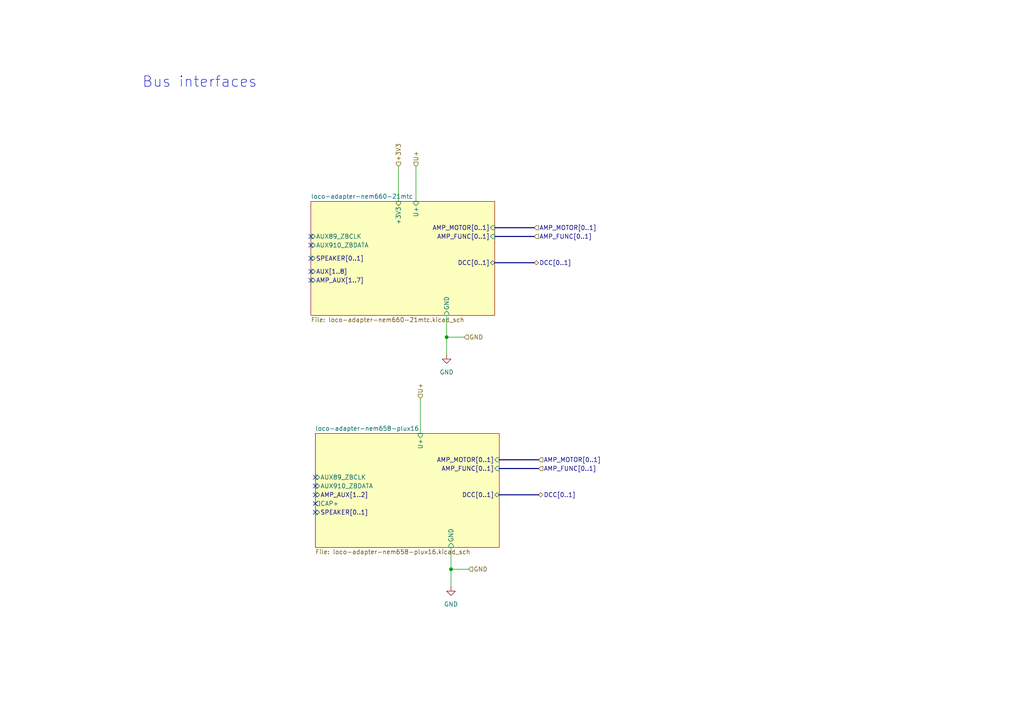
<source format=kicad_sch>
(kicad_sch (version 20231120) (generator "eeschema") (generator_version "8.0")
  (paper "A4")
  (lib_symbols
    (symbol "power:GND" (power) (pin_names (offset 0))
      (property "Value" "GND" (at 0 -3.81 0))
      (symbol "GND_0_1"
        (polyline (pts (xy 0 0) (xy 0 -1.27) (xy 1.27 -1.27) (xy 0 -2.54) (xy -1.27 -1.27) (xy 0 -1.27)))
      )
      (symbol "GND_1_1"
        (pin power_in line (at 0 0 270) (length 0) hide (name "GND") (number "1"))
      )
    )
  )
  (junction (at 130.81 165.1))
  (junction (at 129.54 97.79))
  (no_connect (at 91.44 148.59))
  (no_connect (at 91.44 143.51))
  (no_connect (at 91.44 146.05))
  (no_connect (at 90.17 78.74))
  (no_connect (at 91.44 138.43))
  (no_connect (at 90.17 71.12))
  (no_connect (at 90.17 74.93))
  (no_connect (at 90.17 81.28))
  (no_connect (at 91.44 140.97))
  (no_connect (at 90.17 68.58))
  (wire (pts (xy 130.81 165.1) (xy 130.81 170.18)))
  (wire (pts (xy 130.81 165.1) (xy 135.89 165.1)))
  (bus (pts (xy 144.78 133.35) (xy 156.21 133.35)))
  (bus (pts (xy 143.51 66.04) (xy 154.94 66.04)))
  (bus (pts (xy 143.51 76.2) (xy 154.94 76.2)))
  (wire (pts (xy 129.54 97.79) (xy 134.62 97.79)))
  (wire (pts (xy 120.65 48.26) (xy 120.65 58.42)))
  (bus (pts (xy 144.78 135.89) (xy 156.21 135.89)))
  (wire (pts (xy 115.57 58.42) (xy 115.57 48.26)))
  (wire (pts (xy 129.54 97.79) (xy 129.54 102.87)))
  (wire (pts (xy 121.92 115.57) (xy 121.92 125.73)))
  (wire (pts (xy 130.81 158.75) (xy 130.81 165.1)))
  (bus (pts (xy 143.51 68.58) (xy 154.94 68.58)))
  (wire (pts (xy 129.54 91.44) (xy 129.54 97.79)))
  (bus (pts (xy 144.78 143.51) (xy 156.21 143.51)))
  (text "Bus interfaces" (at 57.912 23.876 0) (effects (font (size 3.048 3.048))))
  (hierarchical_label "U+" (shape input) (at 121.92 115.57 90))
  (hierarchical_label "AMP_MOTOR[0..1]" (shape input) (at 154.94 66.04 0))
  (hierarchical_label "AMP_FUNC[0..1]" (shape input) (at 154.94 68.58 0))
  (hierarchical_label "U+" (shape input) (at 120.65 48.26 90))
  (hierarchical_label "GND" (shape input) (at 135.89 165.1 0))
  (hierarchical_label "AMP_MOTOR[0..1]" (shape input) (at 156.21 133.35 0))
  (hierarchical_label "AMP_FUNC[0..1]" (shape input) (at 156.21 135.89 0))
  (hierarchical_label "GND" (shape input) (at 134.62 97.79 0))
  (hierarchical_label "DCC[0..1]" (shape bidirectional) (at 156.21 143.51 0))
  (hierarchical_label "DCC[0..1]" (shape bidirectional) (at 154.94 76.2 0))
  (hierarchical_label "+3V3" (shape input) (at 115.57 48.26 90))
  (symbol (lib_id "power:GND") (at 130.81 170.18 0) (unit 1)
    (property "Reference" "#PWR702" (effects (hide yes)))
    (property "Value" "GND" (at 130.81 175.26 0))
    (property "Description" "Power symbol creates a global label with name \"GND\" , ground" (effects (hide yes)))
  )
  (symbol (lib_id "power:GND") (at 129.54 102.87 0) (unit 1)
    (property "Reference" "#PWR701" (effects (hide yes)))
    (property "Value" "GND" (at 129.54 107.95 0))
    (property "Description" "Power symbol creates a global label with name \"GND\" , ground" (effects (hide yes)))
  )
  (sheet (at 91.44 125.73) (size 53.34 33.02) (stroke (width 0.1524)) (fill (color 253 255 190 1.0000))
    (property "Sheetname" "loco-adapter-nem658-plux16" (at 91.44 125.0184 0) (effects (justify left bottom)))
    (property "Sheetfile" "loco-adapter-nem658-plux16.kicad_sch" (at 91.44 159.3346 0) (effects (justify left top)))
    (pin "U+" input (at 121.92 125.73 90))
    (pin "GND" input (at 130.81 158.75 270))
    (pin "AUX89_ZBCLK" input (at 91.44 138.43 180))
    (pin "CAP+" output (at 91.44 146.05 180))
    (pin "AUX910_ZBDATA" input (at 91.44 140.97 180))
    (pin "AMP_FUNC[0..1]" input (at 144.78 135.89 0))
    (pin "AMP_AUX[1..2]" input (at 91.44 143.51 180))
    (pin "AMP_MOTOR[0..1]" input (at 144.78 133.35 0))
    (pin "SPEAKER[0..1]" input (at 91.44 148.59 180))
    (pin "DCC[0..1]" bidirectional (at 144.78 143.51 0))
  )
  (sheet (at 90.17 58.42) (size 53.34 33.02) (stroke (width 0.1524)) (fill (color 253 255 190 1.0000))
    (property "Sheetname" "loco-adapter-nem660-21mtc" (at 90.17 57.7084 0) (effects (justify left bottom)))
    (property "Sheetfile" "loco-adapter-nem660-21mtc.kicad_sch" (at 90.17 92.0246 0) (effects (justify left top)))
    (pin "AUX89_ZBCLK" input (at 90.17 68.58 180))
    (pin "AUX910_ZBDATA" input (at 90.17 71.12 180))
    (pin "+3V3" input (at 115.57 58.42 90))
    (pin "U+" input (at 120.65 58.42 90))
    (pin "SPEAKER[0..1]" input (at 90.17 74.93 180))
    (pin "AMP_FUNC[0..1]" input (at 143.51 68.58 0))
    (pin "AMP_AUX[1..7]" input (at 90.17 81.28 180))
    (pin "AMP_MOTOR[0..1]" input (at 143.51 66.04 0))
    (pin "DCC[0..1]" bidirectional (at 143.51 76.2 0))
    (pin "AUX[1..8]" input (at 90.17 78.74 180))
    (pin "GND" input (at 129.54 91.44 270))
  )
)
</source>
